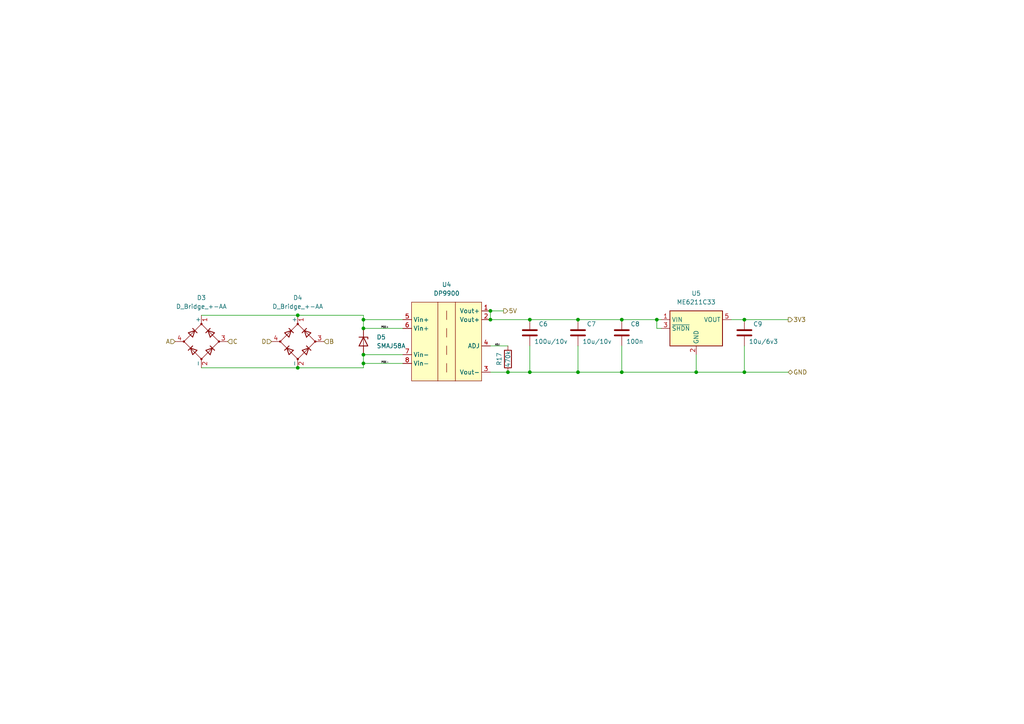
<source format=kicad_sch>
(kicad_sch (version 20211123) (generator eeschema)
  (paper "A4")
  (title_block (title "ether-bridge") (date "2025-06-30") (rev "0.1") (company "makerspace.lt"))
  (lib_symbols
    (symbol "-local:DP9900"
      (property "Reference" "U" (at -5.08 12.7 0))
      (property "Value" "DP9900" (at 5.08 12.7 0))
      (symbol "DP9900_0_1"
        (rectangle (start -10.16 10.16) (end 10.16 -12.7) (fill (type background)))
        (polyline (pts (xy -2.54 10.16) (xy -2.54 -12.7)))
        (polyline (pts (xy 0 -7.62) (xy 0 -10.16)))
        (polyline (pts (xy 0 -2.54) (xy 0 -5.08)))
        (polyline (pts (xy 0 0) (xy 0 2.54)))
        (polyline (pts (xy 0 5.08) (xy 0 7.62)))
        (polyline (pts (xy 2.54 10.16) (xy 2.54 -12.7)))
      )
      (symbol "DP9900_1_1"
        (pin passive line (at 12.7 7.62 180) (length 2.54) (name "Vout+") (number "1"))
        (pin passive line (at 12.7 5.08 180) (length 2.54) (name "Vout+") (number "2"))
        (pin passive line (at 12.7 -10.16 180) (length 2.54) (name "Vout-") (number "3"))
        (pin passive line (at 12.7 -2.54 180) (length 2.54) (name "ADJ") (number "4"))
        (pin passive line (at -12.7 5.08 0) (length 2.54) (name "Vin+") (number "5"))
        (pin passive line (at -12.7 2.54 0) (length 2.54) (name "Vin+") (number "6"))
        (pin passive line (at -12.7 -5.08 0) (length 2.54) (name "Vin-") (number "7"))
        (pin passive line (at -12.7 -7.62 0) (length 2.54) (name "Vin-") (number "8"))
      )
    )
    (symbol "Device:C" (pin_numbers hide) (pin_names (offset 0.254))
      (property "Reference" "C" (at 0.635 2.54 0))
      (property "Value" "C" (at 0.635 -2.54 0))
      (symbol "C_0_1"
        (polyline (pts (xy -2.032 -0.762) (xy 2.032 -0.762)) (stroke (width 0.508)))
        (polyline (pts (xy -2.032 0.762) (xy 2.032 0.762)) (stroke (width 0.508)))
      )
      (symbol "C_1_1"
        (pin passive line (at 0 3.81 270) (length 2.794) (name "~") (number "1"))
        (pin passive line (at 0 -3.81 90) (length 2.794) (name "~") (number "2"))
      )
    )
    (symbol "Device:D_Bridge_+-AA" (pin_names (offset 0))
      (property "Reference" "D" (at 2.54 6.985 0))
      (property "Value" "D_Bridge_+-AA" (at 2.54 5.08 0))
      (symbol "D_Bridge_+-AA_0_1"
        (circle (center -5.08 0) (radius 0.254) (fill (type outline)))
        (circle (center 0 -5.08) (radius 0.254) (fill (type outline)))
        (polyline (pts (xy -2.54 3.81) (xy -1.27 2.54)) (stroke (width 0.254)))
        (polyline (pts (xy -1.27 -2.54) (xy -2.54 -3.81)) (stroke (width 0.254)))
        (polyline (pts (xy 2.54 -1.27) (xy 3.81 -2.54)) (stroke (width 0.254)))
        (polyline (pts (xy 2.54 1.27) (xy 3.81 2.54)) (stroke (width 0.254)))
        (polyline (pts (xy -3.81 2.54) (xy -2.54 1.27) (xy -1.905 3.175) (xy -3.81 2.54)) (stroke (width 0.254)))
        (polyline (pts (xy -2.54 -1.27) (xy -3.81 -2.54) (xy -1.905 -3.175) (xy -2.54 -1.27)) (stroke (width 0.254)))
        (polyline (pts (xy 1.27 2.54) (xy 2.54 3.81) (xy 3.175 1.905) (xy 1.27 2.54)) (stroke (width 0.254)))
        (polyline (pts (xy 3.175 -1.905) (xy 1.27 -2.54) (xy 2.54 -3.81) (xy 3.175 -1.905)) (stroke (width 0.254)))
        (polyline (pts (xy -5.08 0) (xy 0 -5.08) (xy 5.08 0) (xy 0 5.08) (xy -5.08 0)))
        (circle (center 0 5.08) (radius 0.254) (fill (type outline)))
        (circle (center 5.08 0) (radius 0.254) (fill (type outline)))
      )
      (symbol "D_Bridge_+-AA_1_1"
        (pin passive line (at 7.62 0 180) (length 2.54) (name "+") (number "1"))
        (pin passive line (at -7.62 0 0) (length 2.54) (name "-") (number "2"))
        (pin passive line (at 0 7.62 270) (length 2.54) (name "~") (number "3"))
        (pin passive line (at 0 -7.62 90) (length 2.54) (name "~") (number "4"))
      )
    )
    (symbol "Device:D_Zener" (pin_numbers hide) (pin_names (offset 1.016) hide)
      (property "Reference" "D" (at 0 2.54 0))
      (property "Value" "D_Zener" (at 0 -2.54 0))
      (symbol "D_Zener_0_1"
        (polyline (pts (xy 1.27 0) (xy -1.27 0)))
        (polyline (pts (xy -1.27 -1.27) (xy -1.27 1.27) (xy -0.762 1.27)) (stroke (width 0.254)))
        (polyline (pts (xy 1.27 -1.27) (xy 1.27 1.27) (xy -1.27 0) (xy 1.27 -1.27)) (stroke (width 0.254)))
      )
      (symbol "D_Zener_1_1"
        (pin passive line (at -3.81 0 0) (length 2.54) (name "K") (number "1"))
        (pin passive line (at 3.81 0 180) (length 2.54) (name "A") (number "2"))
      )
    )
    (symbol "Device:R" (pin_numbers hide) (pin_names (offset 0))
      (property "Reference" "R" (at 2.032 0 90))
      (property "Value" "R" (at 0 0 90))
      (symbol "R_0_1"
        (rectangle (start -1.016 -2.54) (end 1.016 2.54) (stroke (width 0.254)))
      )
      (symbol "R_1_1"
        (pin passive line (at 0 3.81 270) (length 1.27) (name "~") (number "1"))
        (pin passive line (at 0 -3.81 90) (length 1.27) (name "~") (number "2"))
      )
    )
    (symbol "Regulator_Linear:MCP1802x-xx02xOT"
      (property "Reference" "U" (at -6.35 6.35 0))
      (property "Value" "MCP1802x-xx02xOT" (at 0 6.35 0))
      (symbol "MCP1802x-xx02xOT_0_1"
        (rectangle (start -7.62 5.08) (end 7.62 -5.08) (stroke (width 0.254)) (fill (type background)))
      )
      (symbol "MCP1802x-xx02xOT_1_1"
        (pin power_in line (at -10.16 2.54 0) (length 2.54) (name "VIN") (number "1"))
        (pin power_in line (at 0 -7.62 90) (length 2.54) (name "GND") (number "2"))
        (pin input line (at -10.16 0 0) (length 2.54) (name "~{SHDN}") (number "3"))
        (pin no_connect line (at 7.62 0 180) (length 2.54) hide (name "NC") (number "4"))
        (pin power_out line (at 10.16 2.54 180) (length 2.54) (name "VOUT") (number "5"))
      )
    )
  )
  (junction (at 105.41 95.25))
  (junction (at 147.32 107.95))
  (junction (at 105.41 92.71))
  (junction (at 215.9 107.95))
  (junction (at 180.34 92.71))
  (junction (at 167.64 92.71))
  (junction (at 167.64 107.95))
  (junction (at 142.24 92.71))
  (junction (at 153.67 92.71))
  (junction (at 86.36 106.68))
  (junction (at 153.67 107.95))
  (junction (at 190.5 92.71))
  (junction (at 201.93 107.95))
  (junction (at 142.24 90.17))
  (junction (at 105.41 102.87))
  (junction (at 180.34 107.95))
  (junction (at 105.41 105.41))
  (junction (at 86.36 91.44))
  (junction (at 215.9 92.71))
  (wire (pts (xy 191.77 95.25) (xy 190.5 95.25)))
  (wire (pts (xy 105.41 95.25) (xy 105.41 92.71)))
  (wire (pts (xy 167.64 100.33) (xy 167.64 107.95)))
  (wire (pts (xy 116.84 92.71) (xy 105.41 92.71)))
  (wire (pts (xy 215.9 107.95) (xy 201.93 107.95)))
  (wire (pts (xy 180.34 100.33) (xy 180.34 107.95)))
  (wire (pts (xy 86.36 91.44) (xy 58.42 91.44)))
  (wire (pts (xy 116.84 95.25) (xy 105.41 95.25)))
  (wire (pts (xy 147.32 107.95) (xy 153.67 107.95)))
  (wire (pts (xy 142.24 92.71) (xy 153.67 92.71)))
  (wire (pts (xy 201.93 102.87) (xy 201.93 107.95)))
  (wire (pts (xy 105.41 102.87) (xy 105.41 105.41)))
  (wire (pts (xy 153.67 107.95) (xy 167.64 107.95)))
  (wire (pts (xy 228.6 107.95) (xy 215.9 107.95)))
  (wire (pts (xy 105.41 91.44) (xy 86.36 91.44)))
  (wire (pts (xy 142.24 100.33) (xy 147.32 100.33)))
  (wire (pts (xy 105.41 91.44) (xy 105.41 92.71)))
  (wire (pts (xy 190.5 95.25) (xy 190.5 92.71)))
  (wire (pts (xy 116.84 105.41) (xy 105.41 105.41)))
  (wire (pts (xy 228.6 92.71) (xy 215.9 92.71)))
  (wire (pts (xy 142.24 90.17) (xy 142.24 92.71)))
  (wire (pts (xy 180.34 92.71) (xy 190.5 92.71)))
  (wire (pts (xy 86.36 106.68) (xy 58.42 106.68)))
  (wire (pts (xy 153.67 100.33) (xy 153.67 107.95)))
  (wire (pts (xy 153.67 92.71) (xy 167.64 92.71)))
  (wire (pts (xy 86.36 106.68) (xy 105.41 106.68)))
  (wire (pts (xy 105.41 106.68) (xy 105.41 105.41)))
  (wire (pts (xy 215.9 100.33) (xy 215.9 107.95)))
  (wire (pts (xy 167.64 107.95) (xy 180.34 107.95)))
  (wire (pts (xy 146.05 90.17) (xy 142.24 90.17)))
  (wire (pts (xy 142.24 107.95) (xy 147.32 107.95)))
  (wire (pts (xy 167.64 92.71) (xy 180.34 92.71)))
  (wire (pts (xy 190.5 92.71) (xy 191.77 92.71)))
  (wire (pts (xy 116.84 102.87) (xy 105.41 102.87)))
  (wire (pts (xy 180.34 107.95) (xy 201.93 107.95)))
  (wire (pts (xy 215.9 92.71) (xy 212.09 92.71)))
  (label "POE-" (at 110.5442 105.41 0) (effects (font (size 0.5 0.5))))
  (label "ADJ" (at 143.51 100.33 0) (effects (font (size 0.5 0.5))))
  (label "POE+" (at 110.49 95.25 0) (effects (font (size 0.5 0.5))))
  (hierarchical_label "3V3" (shape output) (at 228.6 92.71 0))
  (hierarchical_label "C" (shape input) (at 66.04 99.06 0))
  (hierarchical_label "D" (shape input) (at 78.74 99.06 180))
  (hierarchical_label "B" (shape input) (at 93.98 99.06 0))
  (hierarchical_label "A" (shape input) (at 50.8 99.06 180))
  (hierarchical_label "5V" (shape output) (at 146.05 90.17 0))
  (hierarchical_label "GND" (shape bidirectional) (at 228.6 107.95 0))
  (symbol (lib_id "Device:C") (at 167.64 96.52 0) (unit 1)
    (property "Reference" "C7" (at 170.18 93.98 0) (effects (justify left)))
    (property "Value" "10u/10v" (at 168.91 99.06 0) (effects (justify left)))
    (property "Footprint" "Capacitor_SMD:C_0603_1608Metric_Pad1.08x0.95mm_HandSolder" (effects hide))
    (property "jlc-part-type" "B+" (effects hide))
    (property "lcsc#" "C19702" (effects hide))
  )
  (symbol (lib_id "-local:DP9900") (at 129.54 97.79 0) (unit 1)
    (property "Reference" "U4" (at 129.54 82.55 0))
    (property "Value" "DP9900" (at 129.54 85.09 0))
    (property "Footprint" "-local:PSU_DP9900LP" (effects hide))
    (property "Datasheet" "https://lcsc.com/datasheet/lcsc_datasheet_2410122022_SDAPO-DP9900LP-5V_C5380108.pdf" (effects hide))
    (property "jlc-part-type" "E+" (effects hide))
    (property "lcsc#" "C5380108" (effects hide))
  )
  (symbol (lib_id "Regulator_Linear:MCP1802x-xx02xOT") (at 201.93 95.25 0) (unit 1)
    (property "Reference" "U5" (at 201.93 85.09 0))
    (property "Value" "ME6211C33" (at 201.93 87.63 0))
    (property "Footprint" "Package_TO_SOT_SMD:SOT-23-5" (effects hide))
    (property "Datasheet" "https://lcsc.com/datasheet/lcsc_datasheet_1811131510_MICRONE-Nanjing-Micro-One-Elec-ME6211C33M5G-N_C82942.pdf" (effects hide))
    (property "jlc-part-type" "E+" (effects hide))
    (property "lcsc#" "C82942" (effects hide))
  )
  (symbol (lib_id "Device:C") (at 153.67 96.52 0) (unit 1)
    (property "Reference" "C6" (at 156.21 93.98 0) (effects (justify left)))
    (property "Value" "100u/10v" (at 154.94 99.06 0) (effects (justify left)))
    (property "Footprint" "Capacitor_SMD:C_1206_3216Metric_Pad1.33x1.80mm_HandSolder" (effects hide))
    (property "jlc-part-type" "E+" (effects hide))
    (property "lcsc#" "C312983" (effects hide))
  )
  (symbol (lib_id "Device:D_Bridge_+-AA") (at 58.42 99.06 270) (mirror x) (unit 1)
    (property "Reference" "D3" (at 58.42 86.36 90))
    (property "Value" "D_Bridge_+-AA" (at 58.42 88.9 90))
    (property "Footprint" "Diode_SMD:Diode_Bridge_Diotec_MicroDil_3.0x3.0x1.8mm" (effects hide))
    (property "Datasheet" "https://lcsc.com/datasheet/lcsc_datasheet_2410122110_-DIOTEC-MYS250_C3589227.pdf" (effects hide))
    (property "jlc-part-type" "E+" (effects hide))
    (property "lcsc#" "C3589227" (effects hide))
  )
  (symbol (lib_id "Device:C") (at 180.34 96.52 0) (unit 1)
    (property "Reference" "C8" (at 182.88 93.98 0) (effects (justify left)))
    (property "Value" "100n" (at 181.61 99.06 0) (effects (justify left)))
    (property "Footprint" "Capacitor_SMD:C_0402_1005Metric_Pad0.74x0.62mm_HandSolder" (effects hide))
    (property "jlc-part-type" "B+" (effects hide))
    (property "lcsc#" "C1525" (effects hide))
  )
  (symbol (lib_id "Device:C") (at 215.9 96.52 0) (unit 1)
    (property "Reference" "C9" (at 218.44 93.98 0) (effects (justify left)))
    (property "Value" "10u/6v3" (at 217.17 99.06 0) (effects (justify left)))
    (property "Footprint" "Capacitor_SMD:C_0402_1005Metric_Pad0.74x0.62mm_HandSolder" (effects hide))
    (property "jlc-part-type" "B+" (effects hide))
    (property "lcsc#" "C15525" (effects hide))
  )
  (symbol (lib_id "Device:D_Bridge_+-AA") (at 86.36 99.06 270) (mirror x) (unit 1)
    (property "Reference" "D4" (at 86.36 86.36 90))
    (property "Value" "D_Bridge_+-AA" (at 86.36 88.9 90))
    (property "Footprint" "Diode_SMD:Diode_Bridge_Diotec_MicroDil_3.0x3.0x1.8mm" (effects hide))
    (property "Datasheet" "https://lcsc.com/datasheet/lcsc_datasheet_2410122110_-DIOTEC-MYS250_C3589227.pdf" (effects hide))
    (property "jlc-part-type" "E+" (effects hide))
    (property "lcsc#" "C3589227" (effects hide))
  )
  (symbol (lib_id "Device:R") (at 147.32 104.14 180) (unit 1)
    (property "Reference" "R17" (at 144.78 104.14 90))
    (property "Value" "470k" (at 147.32 104.14 90))
    (property "Footprint" "Resistor_SMD:R_0402_1005Metric_Pad0.72x0.64mm_HandSolder" (effects hide))
    (property "jlc-part-type" "ER+" (effects hide))
    (property "lcsc#" "C25790" (effects hide))
  )
  (symbol (lib_id "Device:D_Zener") (at 105.41 99.06 270) (unit 1)
    (property "Reference" "D5" (at 109.22 97.7899 90) (effects (justify left)))
    (property "Value" "SMAJ58A" (at 109.22 100.3299 90) (effects (justify left)))
    (property "Footprint" "Diode_SMD:D_SMA" (effects hide))
    (property "Datasheet" "https://lcsc.com/datasheet/lcsc_datasheet_2504211430_GOODWORK-SMAJ58A_C2980408.pdf" (effects hide))
    (property "jlc-part-type" "E+" (effects hide))
    (property "lcsc#" "C2980408" (effects hide))
  )
)
</source>
